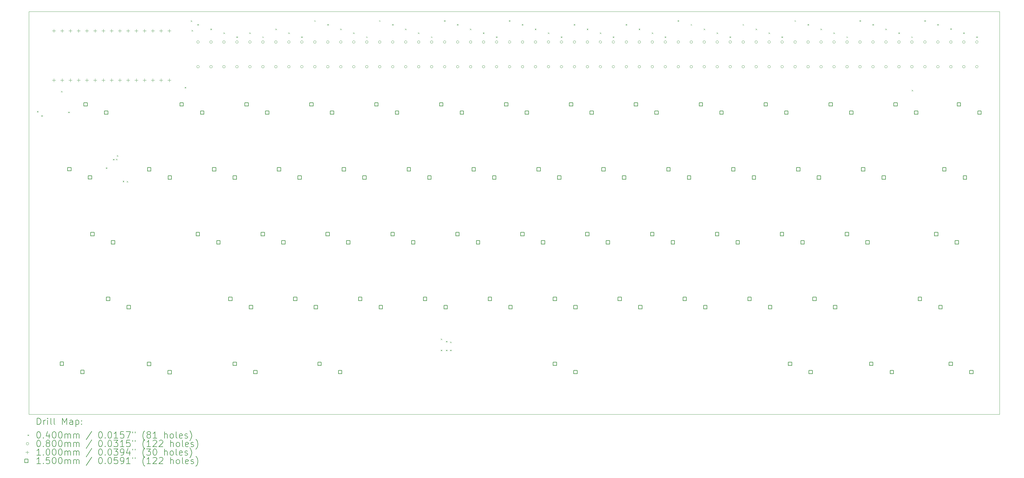
<source format=gbr>
%TF.GenerationSoftware,KiCad,Pcbnew,(6.0.7)*%
%TF.CreationDate,2022-09-06T07:40:20-07:00*%
%TF.ProjectId,60 Percent Keyboard Ardiuno Micro,36302050-6572-4636-956e-74204b657962,rev?*%
%TF.SameCoordinates,Original*%
%TF.FileFunction,Drillmap*%
%TF.FilePolarity,Positive*%
%FSLAX45Y45*%
G04 Gerber Fmt 4.5, Leading zero omitted, Abs format (unit mm)*
G04 Created by KiCad (PCBNEW (6.0.7)) date 2022-09-06 07:40:20*
%MOMM*%
%LPD*%
G01*
G04 APERTURE LIST*
%ADD10C,0.100000*%
%ADD11C,0.200000*%
%ADD12C,0.040000*%
%ADD13C,0.080000*%
%ADD14C,0.150000*%
G04 APERTURE END LIST*
D10*
X29790000Y-33823000D02*
X-120000Y-33823000D01*
X-120000Y-33823000D02*
X-120000Y-21400000D01*
X-120000Y-21400000D02*
X29790000Y-21400000D01*
X29790000Y-21400000D02*
X29790000Y-33823000D01*
D11*
D12*
X127550Y-24470000D02*
X167550Y-24510000D01*
X167550Y-24470000D02*
X127550Y-24510000D01*
X260000Y-24600000D02*
X300000Y-24640000D01*
X300000Y-24600000D02*
X260000Y-24640000D01*
X870000Y-23852450D02*
X910000Y-23892450D01*
X910000Y-23852450D02*
X870000Y-23892450D01*
X1090000Y-24490000D02*
X1130000Y-24530000D01*
X1130000Y-24490000D02*
X1090000Y-24530000D01*
X2250000Y-26210000D02*
X2290000Y-26250000D01*
X2290000Y-26210000D02*
X2250000Y-26250000D01*
X2470000Y-25947550D02*
X2510000Y-25987550D01*
X2510000Y-25947550D02*
X2470000Y-25987550D01*
X2560000Y-25940000D02*
X2600000Y-25980000D01*
X2600000Y-25940000D02*
X2560000Y-25980000D01*
X2590000Y-25830000D02*
X2630000Y-25870000D01*
X2630000Y-25830000D02*
X2590000Y-25870000D01*
X2770000Y-26620000D02*
X2810000Y-26660000D01*
X2810000Y-26620000D02*
X2770000Y-26660000D01*
X2890000Y-26630000D02*
X2930000Y-26670000D01*
X2930000Y-26630000D02*
X2890000Y-26670000D01*
X4680000Y-23727550D02*
X4720000Y-23767550D01*
X4720000Y-23727550D02*
X4680000Y-23767550D01*
X4865841Y-21674159D02*
X4905841Y-21714159D01*
X4905841Y-21674159D02*
X4865841Y-21714159D01*
X4890000Y-21970000D02*
X4930000Y-22010000D01*
X4930000Y-21970000D02*
X4890000Y-22010000D01*
X5070000Y-21790000D02*
X5110000Y-21830000D01*
X5110000Y-21790000D02*
X5070000Y-21830000D01*
X5470000Y-21930000D02*
X5510000Y-21970000D01*
X5510000Y-21930000D02*
X5470000Y-21970000D01*
X5870000Y-22050000D02*
X5910000Y-22090000D01*
X5910000Y-22050000D02*
X5870000Y-22090000D01*
X6270000Y-22170000D02*
X6310000Y-22210000D01*
X6310000Y-22170000D02*
X6270000Y-22210000D01*
X6670000Y-22050000D02*
X6710000Y-22090000D01*
X6710000Y-22050000D02*
X6670000Y-22090000D01*
X7070000Y-22170000D02*
X7110000Y-22210000D01*
X7110000Y-22170000D02*
X7070000Y-22210000D01*
X7470000Y-21930000D02*
X7510000Y-21970000D01*
X7510000Y-21930000D02*
X7470000Y-21970000D01*
X7870000Y-22050000D02*
X7910000Y-22090000D01*
X7910000Y-22050000D02*
X7870000Y-22090000D01*
X8270000Y-22170000D02*
X8310000Y-22210000D01*
X8310000Y-22170000D02*
X8270000Y-22210000D01*
X8670000Y-21670000D02*
X8710000Y-21710000D01*
X8710000Y-21670000D02*
X8670000Y-21710000D01*
X9070000Y-21790000D02*
X9110000Y-21830000D01*
X9110000Y-21790000D02*
X9070000Y-21830000D01*
X9470000Y-21930000D02*
X9510000Y-21970000D01*
X9510000Y-21930000D02*
X9470000Y-21970000D01*
X9870000Y-22050000D02*
X9910000Y-22090000D01*
X9910000Y-22050000D02*
X9870000Y-22090000D01*
X10270000Y-22170000D02*
X10310000Y-22210000D01*
X10310000Y-22170000D02*
X10270000Y-22210000D01*
X10670000Y-21670000D02*
X10710000Y-21710000D01*
X10710000Y-21670000D02*
X10670000Y-21710000D01*
X11070000Y-21790000D02*
X11110000Y-21830000D01*
X11110000Y-21790000D02*
X11070000Y-21830000D01*
X11470000Y-21930000D02*
X11510000Y-21970000D01*
X11510000Y-21930000D02*
X11470000Y-21970000D01*
X11870000Y-22050000D02*
X11910000Y-22090000D01*
X11910000Y-22050000D02*
X11870000Y-22090000D01*
X12270000Y-22170000D02*
X12310000Y-22210000D01*
X12310000Y-22170000D02*
X12270000Y-22210000D01*
X12570000Y-31490000D02*
X12610000Y-31530000D01*
X12610000Y-31490000D02*
X12570000Y-31530000D01*
X12570000Y-31830000D02*
X12610000Y-31870000D01*
X12610000Y-31830000D02*
X12570000Y-31870000D01*
X12670000Y-21670000D02*
X12710000Y-21710000D01*
X12710000Y-21670000D02*
X12670000Y-21710000D01*
X12730000Y-31560000D02*
X12770000Y-31600000D01*
X12770000Y-31560000D02*
X12730000Y-31600000D01*
X12730000Y-31830000D02*
X12770000Y-31870000D01*
X12770000Y-31830000D02*
X12730000Y-31870000D01*
X12860000Y-31580000D02*
X12900000Y-31620000D01*
X12900000Y-31580000D02*
X12860000Y-31620000D01*
X12860000Y-31830000D02*
X12900000Y-31870000D01*
X12900000Y-31830000D02*
X12860000Y-31870000D01*
X13070000Y-21790000D02*
X13110000Y-21830000D01*
X13110000Y-21790000D02*
X13070000Y-21830000D01*
X13470000Y-21930000D02*
X13510000Y-21970000D01*
X13510000Y-21930000D02*
X13470000Y-21970000D01*
X13870000Y-22050000D02*
X13910000Y-22090000D01*
X13910000Y-22050000D02*
X13870000Y-22090000D01*
X14270000Y-22170000D02*
X14310000Y-22210000D01*
X14310000Y-22170000D02*
X14270000Y-22210000D01*
X14670000Y-21670000D02*
X14710000Y-21710000D01*
X14710000Y-21670000D02*
X14670000Y-21710000D01*
X15070000Y-21790000D02*
X15110000Y-21830000D01*
X15110000Y-21790000D02*
X15070000Y-21830000D01*
X15470000Y-21930000D02*
X15510000Y-21970000D01*
X15510000Y-21930000D02*
X15470000Y-21970000D01*
X15870000Y-22050000D02*
X15910000Y-22090000D01*
X15910000Y-22050000D02*
X15870000Y-22090000D01*
X16270000Y-22170000D02*
X16310000Y-22210000D01*
X16310000Y-22170000D02*
X16270000Y-22210000D01*
X16670000Y-21790000D02*
X16710000Y-21830000D01*
X16710000Y-21790000D02*
X16670000Y-21830000D01*
X17070000Y-21930000D02*
X17110000Y-21970000D01*
X17110000Y-21930000D02*
X17070000Y-21970000D01*
X17470000Y-22050000D02*
X17510000Y-22090000D01*
X17510000Y-22050000D02*
X17470000Y-22090000D01*
X17870000Y-22170000D02*
X17910000Y-22210000D01*
X17910000Y-22170000D02*
X17870000Y-22210000D01*
X18270000Y-21790000D02*
X18310000Y-21830000D01*
X18310000Y-21790000D02*
X18270000Y-21830000D01*
X18670000Y-21930000D02*
X18710000Y-21970000D01*
X18710000Y-21930000D02*
X18670000Y-21970000D01*
X19070000Y-22050000D02*
X19110000Y-22090000D01*
X19110000Y-22050000D02*
X19070000Y-22090000D01*
X19470000Y-22170000D02*
X19510000Y-22210000D01*
X19510000Y-22170000D02*
X19470000Y-22210000D01*
X19870000Y-21670000D02*
X19910000Y-21710000D01*
X19910000Y-21670000D02*
X19870000Y-21710000D01*
X20270000Y-21790000D02*
X20310000Y-21830000D01*
X20310000Y-21790000D02*
X20270000Y-21830000D01*
X20670000Y-21930000D02*
X20710000Y-21970000D01*
X20710000Y-21930000D02*
X20670000Y-21970000D01*
X21070000Y-22050000D02*
X21110000Y-22090000D01*
X21110000Y-22050000D02*
X21070000Y-22090000D01*
X21470000Y-22170000D02*
X21510000Y-22210000D01*
X21510000Y-22170000D02*
X21470000Y-22210000D01*
X21870000Y-21790000D02*
X21910000Y-21830000D01*
X21910000Y-21790000D02*
X21870000Y-21830000D01*
X22270000Y-21930000D02*
X22310000Y-21970000D01*
X22310000Y-21930000D02*
X22270000Y-21970000D01*
X22670000Y-22050000D02*
X22710000Y-22090000D01*
X22710000Y-22050000D02*
X22670000Y-22090000D01*
X23070000Y-22170000D02*
X23110000Y-22210000D01*
X23110000Y-22170000D02*
X23070000Y-22210000D01*
X23470000Y-21670000D02*
X23510000Y-21710000D01*
X23510000Y-21670000D02*
X23470000Y-21710000D01*
X23870000Y-21790000D02*
X23910000Y-21830000D01*
X23910000Y-21790000D02*
X23870000Y-21830000D01*
X24270000Y-21930000D02*
X24310000Y-21970000D01*
X24310000Y-21930000D02*
X24270000Y-21970000D01*
X24670000Y-22050000D02*
X24710000Y-22090000D01*
X24710000Y-22050000D02*
X24670000Y-22090000D01*
X25070000Y-22170000D02*
X25110000Y-22210000D01*
X25110000Y-22170000D02*
X25070000Y-22210000D01*
X25470000Y-21670000D02*
X25510000Y-21710000D01*
X25510000Y-21670000D02*
X25470000Y-21710000D01*
X25870000Y-21790000D02*
X25910000Y-21830000D01*
X25910000Y-21790000D02*
X25870000Y-21830000D01*
X26270000Y-21930000D02*
X26310000Y-21970000D01*
X26310000Y-21930000D02*
X26270000Y-21970000D01*
X26670000Y-22050000D02*
X26710000Y-22090000D01*
X26710000Y-22050000D02*
X26670000Y-22090000D01*
X27070000Y-22170000D02*
X27110000Y-22210000D01*
X27110000Y-22170000D02*
X27070000Y-22210000D01*
X27080000Y-23820000D02*
X27120000Y-23860000D01*
X27120000Y-23820000D02*
X27080000Y-23860000D01*
X27470000Y-21670000D02*
X27510000Y-21710000D01*
X27510000Y-21670000D02*
X27470000Y-21710000D01*
X27870000Y-21790000D02*
X27910000Y-21830000D01*
X27910000Y-21790000D02*
X27870000Y-21830000D01*
X28270000Y-21920000D02*
X28310000Y-21960000D01*
X28310000Y-21920000D02*
X28270000Y-21960000D01*
X28670000Y-22050000D02*
X28710000Y-22090000D01*
X28710000Y-22050000D02*
X28670000Y-22090000D01*
X29070000Y-22170000D02*
X29110000Y-22210000D01*
X29110000Y-22170000D02*
X29070000Y-22210000D01*
D13*
X5130000Y-22342000D02*
G75*
G03*
X5130000Y-22342000I-40000J0D01*
G01*
X5130000Y-23104000D02*
G75*
G03*
X5130000Y-23104000I-40000J0D01*
G01*
X5530000Y-22342000D02*
G75*
G03*
X5530000Y-22342000I-40000J0D01*
G01*
X5530000Y-23104000D02*
G75*
G03*
X5530000Y-23104000I-40000J0D01*
G01*
X5930000Y-22342000D02*
G75*
G03*
X5930000Y-22342000I-40000J0D01*
G01*
X5930000Y-23104000D02*
G75*
G03*
X5930000Y-23104000I-40000J0D01*
G01*
X6330000Y-22342000D02*
G75*
G03*
X6330000Y-22342000I-40000J0D01*
G01*
X6330000Y-23104000D02*
G75*
G03*
X6330000Y-23104000I-40000J0D01*
G01*
X6730000Y-22342000D02*
G75*
G03*
X6730000Y-22342000I-40000J0D01*
G01*
X6730000Y-23104000D02*
G75*
G03*
X6730000Y-23104000I-40000J0D01*
G01*
X7130000Y-22342000D02*
G75*
G03*
X7130000Y-22342000I-40000J0D01*
G01*
X7130000Y-23104000D02*
G75*
G03*
X7130000Y-23104000I-40000J0D01*
G01*
X7530000Y-22342000D02*
G75*
G03*
X7530000Y-22342000I-40000J0D01*
G01*
X7530000Y-23104000D02*
G75*
G03*
X7530000Y-23104000I-40000J0D01*
G01*
X7930000Y-22342000D02*
G75*
G03*
X7930000Y-22342000I-40000J0D01*
G01*
X7930000Y-23104000D02*
G75*
G03*
X7930000Y-23104000I-40000J0D01*
G01*
X8330000Y-22342000D02*
G75*
G03*
X8330000Y-22342000I-40000J0D01*
G01*
X8330000Y-23104000D02*
G75*
G03*
X8330000Y-23104000I-40000J0D01*
G01*
X8730000Y-22342000D02*
G75*
G03*
X8730000Y-22342000I-40000J0D01*
G01*
X8730000Y-23104000D02*
G75*
G03*
X8730000Y-23104000I-40000J0D01*
G01*
X9130000Y-22342000D02*
G75*
G03*
X9130000Y-22342000I-40000J0D01*
G01*
X9130000Y-23104000D02*
G75*
G03*
X9130000Y-23104000I-40000J0D01*
G01*
X9530000Y-22342000D02*
G75*
G03*
X9530000Y-22342000I-40000J0D01*
G01*
X9530000Y-23104000D02*
G75*
G03*
X9530000Y-23104000I-40000J0D01*
G01*
X9930000Y-22342000D02*
G75*
G03*
X9930000Y-22342000I-40000J0D01*
G01*
X9930000Y-23104000D02*
G75*
G03*
X9930000Y-23104000I-40000J0D01*
G01*
X10330000Y-22342000D02*
G75*
G03*
X10330000Y-22342000I-40000J0D01*
G01*
X10330000Y-23104000D02*
G75*
G03*
X10330000Y-23104000I-40000J0D01*
G01*
X10730000Y-22342000D02*
G75*
G03*
X10730000Y-22342000I-40000J0D01*
G01*
X10730000Y-23104000D02*
G75*
G03*
X10730000Y-23104000I-40000J0D01*
G01*
X11130000Y-22342000D02*
G75*
G03*
X11130000Y-22342000I-40000J0D01*
G01*
X11130000Y-23104000D02*
G75*
G03*
X11130000Y-23104000I-40000J0D01*
G01*
X11530000Y-22342000D02*
G75*
G03*
X11530000Y-22342000I-40000J0D01*
G01*
X11530000Y-23104000D02*
G75*
G03*
X11530000Y-23104000I-40000J0D01*
G01*
X11930000Y-22342000D02*
G75*
G03*
X11930000Y-22342000I-40000J0D01*
G01*
X11930000Y-23104000D02*
G75*
G03*
X11930000Y-23104000I-40000J0D01*
G01*
X12330000Y-22342000D02*
G75*
G03*
X12330000Y-22342000I-40000J0D01*
G01*
X12330000Y-23104000D02*
G75*
G03*
X12330000Y-23104000I-40000J0D01*
G01*
X12730000Y-22342000D02*
G75*
G03*
X12730000Y-22342000I-40000J0D01*
G01*
X12730000Y-23104000D02*
G75*
G03*
X12730000Y-23104000I-40000J0D01*
G01*
X13130000Y-22342000D02*
G75*
G03*
X13130000Y-22342000I-40000J0D01*
G01*
X13130000Y-23104000D02*
G75*
G03*
X13130000Y-23104000I-40000J0D01*
G01*
X13530000Y-22342000D02*
G75*
G03*
X13530000Y-22342000I-40000J0D01*
G01*
X13530000Y-23104000D02*
G75*
G03*
X13530000Y-23104000I-40000J0D01*
G01*
X13930000Y-22342000D02*
G75*
G03*
X13930000Y-22342000I-40000J0D01*
G01*
X13930000Y-23104000D02*
G75*
G03*
X13930000Y-23104000I-40000J0D01*
G01*
X14330000Y-22342000D02*
G75*
G03*
X14330000Y-22342000I-40000J0D01*
G01*
X14330000Y-23104000D02*
G75*
G03*
X14330000Y-23104000I-40000J0D01*
G01*
X14730000Y-22342000D02*
G75*
G03*
X14730000Y-22342000I-40000J0D01*
G01*
X14730000Y-23104000D02*
G75*
G03*
X14730000Y-23104000I-40000J0D01*
G01*
X15130000Y-22342000D02*
G75*
G03*
X15130000Y-22342000I-40000J0D01*
G01*
X15130000Y-23104000D02*
G75*
G03*
X15130000Y-23104000I-40000J0D01*
G01*
X15530000Y-22342000D02*
G75*
G03*
X15530000Y-22342000I-40000J0D01*
G01*
X15530000Y-23104000D02*
G75*
G03*
X15530000Y-23104000I-40000J0D01*
G01*
X15930000Y-22342000D02*
G75*
G03*
X15930000Y-22342000I-40000J0D01*
G01*
X15930000Y-23104000D02*
G75*
G03*
X15930000Y-23104000I-40000J0D01*
G01*
X16330000Y-22342000D02*
G75*
G03*
X16330000Y-22342000I-40000J0D01*
G01*
X16330000Y-23104000D02*
G75*
G03*
X16330000Y-23104000I-40000J0D01*
G01*
X16730000Y-22342000D02*
G75*
G03*
X16730000Y-22342000I-40000J0D01*
G01*
X16730000Y-23104000D02*
G75*
G03*
X16730000Y-23104000I-40000J0D01*
G01*
X17130000Y-22342000D02*
G75*
G03*
X17130000Y-22342000I-40000J0D01*
G01*
X17130000Y-23104000D02*
G75*
G03*
X17130000Y-23104000I-40000J0D01*
G01*
X17530000Y-22342000D02*
G75*
G03*
X17530000Y-22342000I-40000J0D01*
G01*
X17530000Y-23104000D02*
G75*
G03*
X17530000Y-23104000I-40000J0D01*
G01*
X17930000Y-22342000D02*
G75*
G03*
X17930000Y-22342000I-40000J0D01*
G01*
X17930000Y-23104000D02*
G75*
G03*
X17930000Y-23104000I-40000J0D01*
G01*
X18330000Y-22342000D02*
G75*
G03*
X18330000Y-22342000I-40000J0D01*
G01*
X18330000Y-23104000D02*
G75*
G03*
X18330000Y-23104000I-40000J0D01*
G01*
X18730000Y-22342000D02*
G75*
G03*
X18730000Y-22342000I-40000J0D01*
G01*
X18730000Y-23104000D02*
G75*
G03*
X18730000Y-23104000I-40000J0D01*
G01*
X19130000Y-22342000D02*
G75*
G03*
X19130000Y-22342000I-40000J0D01*
G01*
X19130000Y-23104000D02*
G75*
G03*
X19130000Y-23104000I-40000J0D01*
G01*
X19530000Y-22342000D02*
G75*
G03*
X19530000Y-22342000I-40000J0D01*
G01*
X19530000Y-23104000D02*
G75*
G03*
X19530000Y-23104000I-40000J0D01*
G01*
X19930000Y-22342000D02*
G75*
G03*
X19930000Y-22342000I-40000J0D01*
G01*
X19930000Y-23104000D02*
G75*
G03*
X19930000Y-23104000I-40000J0D01*
G01*
X20330000Y-22342000D02*
G75*
G03*
X20330000Y-22342000I-40000J0D01*
G01*
X20330000Y-23104000D02*
G75*
G03*
X20330000Y-23104000I-40000J0D01*
G01*
X20730000Y-22342000D02*
G75*
G03*
X20730000Y-22342000I-40000J0D01*
G01*
X20730000Y-23104000D02*
G75*
G03*
X20730000Y-23104000I-40000J0D01*
G01*
X21130000Y-22342000D02*
G75*
G03*
X21130000Y-22342000I-40000J0D01*
G01*
X21130000Y-23104000D02*
G75*
G03*
X21130000Y-23104000I-40000J0D01*
G01*
X21530000Y-22342000D02*
G75*
G03*
X21530000Y-22342000I-40000J0D01*
G01*
X21530000Y-23104000D02*
G75*
G03*
X21530000Y-23104000I-40000J0D01*
G01*
X21930000Y-22342000D02*
G75*
G03*
X21930000Y-22342000I-40000J0D01*
G01*
X21930000Y-23104000D02*
G75*
G03*
X21930000Y-23104000I-40000J0D01*
G01*
X22330000Y-22342000D02*
G75*
G03*
X22330000Y-22342000I-40000J0D01*
G01*
X22330000Y-23104000D02*
G75*
G03*
X22330000Y-23104000I-40000J0D01*
G01*
X22730000Y-22342000D02*
G75*
G03*
X22730000Y-22342000I-40000J0D01*
G01*
X22730000Y-23104000D02*
G75*
G03*
X22730000Y-23104000I-40000J0D01*
G01*
X23130000Y-22342000D02*
G75*
G03*
X23130000Y-22342000I-40000J0D01*
G01*
X23130000Y-23104000D02*
G75*
G03*
X23130000Y-23104000I-40000J0D01*
G01*
X23530000Y-22342000D02*
G75*
G03*
X23530000Y-22342000I-40000J0D01*
G01*
X23530000Y-23104000D02*
G75*
G03*
X23530000Y-23104000I-40000J0D01*
G01*
X23930000Y-22342000D02*
G75*
G03*
X23930000Y-22342000I-40000J0D01*
G01*
X23930000Y-23104000D02*
G75*
G03*
X23930000Y-23104000I-40000J0D01*
G01*
X24330000Y-22342000D02*
G75*
G03*
X24330000Y-22342000I-40000J0D01*
G01*
X24330000Y-23104000D02*
G75*
G03*
X24330000Y-23104000I-40000J0D01*
G01*
X24730000Y-22342000D02*
G75*
G03*
X24730000Y-22342000I-40000J0D01*
G01*
X24730000Y-23104000D02*
G75*
G03*
X24730000Y-23104000I-40000J0D01*
G01*
X25130000Y-22342000D02*
G75*
G03*
X25130000Y-22342000I-40000J0D01*
G01*
X25130000Y-23104000D02*
G75*
G03*
X25130000Y-23104000I-40000J0D01*
G01*
X25530000Y-22342000D02*
G75*
G03*
X25530000Y-22342000I-40000J0D01*
G01*
X25530000Y-23104000D02*
G75*
G03*
X25530000Y-23104000I-40000J0D01*
G01*
X25930000Y-22342000D02*
G75*
G03*
X25930000Y-22342000I-40000J0D01*
G01*
X25930000Y-23104000D02*
G75*
G03*
X25930000Y-23104000I-40000J0D01*
G01*
X26330000Y-22342000D02*
G75*
G03*
X26330000Y-22342000I-40000J0D01*
G01*
X26330000Y-23104000D02*
G75*
G03*
X26330000Y-23104000I-40000J0D01*
G01*
X26730000Y-22342000D02*
G75*
G03*
X26730000Y-22342000I-40000J0D01*
G01*
X26730000Y-23104000D02*
G75*
G03*
X26730000Y-23104000I-40000J0D01*
G01*
X27130000Y-22342000D02*
G75*
G03*
X27130000Y-22342000I-40000J0D01*
G01*
X27130000Y-23104000D02*
G75*
G03*
X27130000Y-23104000I-40000J0D01*
G01*
X27530000Y-22342000D02*
G75*
G03*
X27530000Y-22342000I-40000J0D01*
G01*
X27530000Y-23104000D02*
G75*
G03*
X27530000Y-23104000I-40000J0D01*
G01*
X27930000Y-22342000D02*
G75*
G03*
X27930000Y-22342000I-40000J0D01*
G01*
X27930000Y-23104000D02*
G75*
G03*
X27930000Y-23104000I-40000J0D01*
G01*
X28330000Y-22342000D02*
G75*
G03*
X28330000Y-22342000I-40000J0D01*
G01*
X28330000Y-23104000D02*
G75*
G03*
X28330000Y-23104000I-40000J0D01*
G01*
X28730000Y-22342000D02*
G75*
G03*
X28730000Y-22342000I-40000J0D01*
G01*
X28730000Y-23104000D02*
G75*
G03*
X28730000Y-23104000I-40000J0D01*
G01*
X29130000Y-22342000D02*
G75*
G03*
X29130000Y-22342000I-40000J0D01*
G01*
X29130000Y-23104000D02*
G75*
G03*
X29130000Y-23104000I-40000J0D01*
G01*
D10*
X649000Y-21947000D02*
X649000Y-22047000D01*
X599000Y-21997000D02*
X699000Y-21997000D01*
X649000Y-23471000D02*
X649000Y-23571000D01*
X599000Y-23521000D02*
X699000Y-23521000D01*
X903000Y-21947000D02*
X903000Y-22047000D01*
X853000Y-21997000D02*
X953000Y-21997000D01*
X903000Y-23471000D02*
X903000Y-23571000D01*
X853000Y-23521000D02*
X953000Y-23521000D01*
X1157000Y-21947000D02*
X1157000Y-22047000D01*
X1107000Y-21997000D02*
X1207000Y-21997000D01*
X1157000Y-23471000D02*
X1157000Y-23571000D01*
X1107000Y-23521000D02*
X1207000Y-23521000D01*
X1411000Y-21947000D02*
X1411000Y-22047000D01*
X1361000Y-21997000D02*
X1461000Y-21997000D01*
X1411000Y-23471000D02*
X1411000Y-23571000D01*
X1361000Y-23521000D02*
X1461000Y-23521000D01*
X1665000Y-21947000D02*
X1665000Y-22047000D01*
X1615000Y-21997000D02*
X1715000Y-21997000D01*
X1665000Y-23471000D02*
X1665000Y-23571000D01*
X1615000Y-23521000D02*
X1715000Y-23521000D01*
X1919000Y-21947000D02*
X1919000Y-22047000D01*
X1869000Y-21997000D02*
X1969000Y-21997000D01*
X1919000Y-23471000D02*
X1919000Y-23571000D01*
X1869000Y-23521000D02*
X1969000Y-23521000D01*
X2173000Y-21947000D02*
X2173000Y-22047000D01*
X2123000Y-21997000D02*
X2223000Y-21997000D01*
X2173000Y-23471000D02*
X2173000Y-23571000D01*
X2123000Y-23521000D02*
X2223000Y-23521000D01*
X2427000Y-21947000D02*
X2427000Y-22047000D01*
X2377000Y-21997000D02*
X2477000Y-21997000D01*
X2427000Y-23471000D02*
X2427000Y-23571000D01*
X2377000Y-23521000D02*
X2477000Y-23521000D01*
X2681000Y-21947000D02*
X2681000Y-22047000D01*
X2631000Y-21997000D02*
X2731000Y-21997000D01*
X2681000Y-23471000D02*
X2681000Y-23571000D01*
X2631000Y-23521000D02*
X2731000Y-23521000D01*
X2935000Y-21947000D02*
X2935000Y-22047000D01*
X2885000Y-21997000D02*
X2985000Y-21997000D01*
X2935000Y-23471000D02*
X2935000Y-23571000D01*
X2885000Y-23521000D02*
X2985000Y-23521000D01*
X3189000Y-21947000D02*
X3189000Y-22047000D01*
X3139000Y-21997000D02*
X3239000Y-21997000D01*
X3189000Y-23471000D02*
X3189000Y-23571000D01*
X3139000Y-23521000D02*
X3239000Y-23521000D01*
X3443000Y-21947000D02*
X3443000Y-22047000D01*
X3393000Y-21997000D02*
X3493000Y-21997000D01*
X3443000Y-23471000D02*
X3443000Y-23571000D01*
X3393000Y-23521000D02*
X3493000Y-23521000D01*
X3697000Y-21947000D02*
X3697000Y-22047000D01*
X3647000Y-21997000D02*
X3747000Y-21997000D01*
X3697000Y-23471000D02*
X3697000Y-23571000D01*
X3647000Y-23521000D02*
X3747000Y-23521000D01*
X3951000Y-21947000D02*
X3951000Y-22047000D01*
X3901000Y-21997000D02*
X4001000Y-21997000D01*
X3951000Y-23471000D02*
X3951000Y-23571000D01*
X3901000Y-23521000D02*
X4001000Y-23521000D01*
X4205000Y-21947000D02*
X4205000Y-22047000D01*
X4155000Y-21997000D02*
X4255000Y-21997000D01*
X4205000Y-23471000D02*
X4205000Y-23571000D01*
X4155000Y-23521000D02*
X4255000Y-23521000D01*
D14*
X948033Y-32315033D02*
X948033Y-32208966D01*
X841966Y-32208966D01*
X841966Y-32315033D01*
X948033Y-32315033D01*
X1178034Y-26316033D02*
X1178034Y-26209966D01*
X1071967Y-26209966D01*
X1071967Y-26316033D01*
X1178034Y-26316033D01*
X1583033Y-32569033D02*
X1583033Y-32462966D01*
X1476966Y-32462966D01*
X1476966Y-32569033D01*
X1583033Y-32569033D01*
X1679033Y-24316033D02*
X1679033Y-24209966D01*
X1572966Y-24209966D01*
X1572966Y-24316033D01*
X1679033Y-24316033D01*
X1813033Y-26570033D02*
X1813033Y-26463966D01*
X1706966Y-26463966D01*
X1706966Y-26570033D01*
X1813033Y-26570033D01*
X1889033Y-28318033D02*
X1889033Y-28211966D01*
X1782966Y-28211966D01*
X1782966Y-28318033D01*
X1889033Y-28318033D01*
X2314034Y-24570033D02*
X2314034Y-24463966D01*
X2207967Y-24463966D01*
X2207967Y-24570033D01*
X2314034Y-24570033D01*
X2373034Y-30316033D02*
X2373034Y-30209966D01*
X2266967Y-30209966D01*
X2266967Y-30316033D01*
X2373034Y-30316033D01*
X2524034Y-28572033D02*
X2524034Y-28465966D01*
X2417967Y-28465966D01*
X2417967Y-28572033D01*
X2524034Y-28572033D01*
X3008033Y-30570033D02*
X3008033Y-30463966D01*
X2901966Y-30463966D01*
X2901966Y-30570033D01*
X3008033Y-30570033D01*
X3634033Y-32324033D02*
X3634033Y-32217966D01*
X3527966Y-32217966D01*
X3527966Y-32324033D01*
X3634033Y-32324033D01*
X3639033Y-26318033D02*
X3639033Y-26211966D01*
X3532966Y-26211966D01*
X3532966Y-26318033D01*
X3639033Y-26318033D01*
X4269034Y-32578033D02*
X4269034Y-32471966D01*
X4162966Y-32471966D01*
X4162966Y-32578033D01*
X4269034Y-32578033D01*
X4274034Y-26572033D02*
X4274034Y-26465966D01*
X4167966Y-26465966D01*
X4167966Y-26572033D01*
X4274034Y-26572033D01*
X4639034Y-24318033D02*
X4639034Y-24211966D01*
X4532967Y-24211966D01*
X4532967Y-24318033D01*
X4639034Y-24318033D01*
X5139034Y-28318033D02*
X5139034Y-28211966D01*
X5032967Y-28211966D01*
X5032967Y-28318033D01*
X5139034Y-28318033D01*
X5274034Y-24572033D02*
X5274034Y-24465966D01*
X5167967Y-24465966D01*
X5167967Y-24572033D01*
X5274034Y-24572033D01*
X5639033Y-26318033D02*
X5639033Y-26211966D01*
X5532967Y-26211966D01*
X5532967Y-26318033D01*
X5639033Y-26318033D01*
X5774033Y-28572033D02*
X5774033Y-28465966D01*
X5667966Y-28465966D01*
X5667966Y-28572033D01*
X5774033Y-28572033D01*
X6139033Y-30318033D02*
X6139033Y-30211966D01*
X6032966Y-30211966D01*
X6032966Y-30318033D01*
X6139033Y-30318033D01*
X6274033Y-26572033D02*
X6274033Y-26465966D01*
X6167966Y-26465966D01*
X6167966Y-26572033D01*
X6274033Y-26572033D01*
X6278033Y-32320033D02*
X6278033Y-32213966D01*
X6171966Y-32213966D01*
X6171966Y-32320033D01*
X6278033Y-32320033D01*
X6639033Y-24318033D02*
X6639033Y-24211966D01*
X6532966Y-24211966D01*
X6532966Y-24318033D01*
X6639033Y-24318033D01*
X6774033Y-30572033D02*
X6774033Y-30465966D01*
X6667966Y-30465966D01*
X6667966Y-30572033D01*
X6774033Y-30572033D01*
X6913033Y-32574033D02*
X6913033Y-32467966D01*
X6806966Y-32467966D01*
X6806966Y-32574033D01*
X6913033Y-32574033D01*
X7139033Y-28318033D02*
X7139033Y-28211966D01*
X7032966Y-28211966D01*
X7032966Y-28318033D01*
X7139033Y-28318033D01*
X7274033Y-24572033D02*
X7274033Y-24465966D01*
X7167966Y-24465966D01*
X7167966Y-24572033D01*
X7274033Y-24572033D01*
X7639033Y-26318033D02*
X7639033Y-26211966D01*
X7532966Y-26211966D01*
X7532966Y-26318033D01*
X7639033Y-26318033D01*
X7774033Y-28572033D02*
X7774033Y-28465966D01*
X7667966Y-28465966D01*
X7667966Y-28572033D01*
X7774033Y-28572033D01*
X8139033Y-30318033D02*
X8139033Y-30211966D01*
X8032966Y-30211966D01*
X8032966Y-30318033D01*
X8139033Y-30318033D01*
X8274033Y-26572033D02*
X8274033Y-26465966D01*
X8167966Y-26465966D01*
X8167966Y-26572033D01*
X8274033Y-26572033D01*
X8639034Y-24318033D02*
X8639034Y-24211966D01*
X8532967Y-24211966D01*
X8532967Y-24318033D01*
X8639034Y-24318033D01*
X8774034Y-30572033D02*
X8774034Y-30465966D01*
X8667967Y-30465966D01*
X8667967Y-30572033D01*
X8774034Y-30572033D01*
X8889034Y-32318033D02*
X8889034Y-32211966D01*
X8782967Y-32211966D01*
X8782967Y-32318033D01*
X8889034Y-32318033D01*
X9139034Y-28318033D02*
X9139034Y-28211966D01*
X9032967Y-28211966D01*
X9032967Y-28318033D01*
X9139034Y-28318033D01*
X9274034Y-24572033D02*
X9274034Y-24465966D01*
X9167967Y-24465966D01*
X9167967Y-24572033D01*
X9274034Y-24572033D01*
X9524034Y-32572033D02*
X9524034Y-32465966D01*
X9417967Y-32465966D01*
X9417967Y-32572033D01*
X9524034Y-32572033D01*
X9639034Y-26318033D02*
X9639034Y-26211966D01*
X9532967Y-26211966D01*
X9532967Y-26318033D01*
X9639034Y-26318033D01*
X9774034Y-28572033D02*
X9774034Y-28465966D01*
X9667967Y-28465966D01*
X9667967Y-28572033D01*
X9774034Y-28572033D01*
X10139034Y-30318033D02*
X10139034Y-30211966D01*
X10032967Y-30211966D01*
X10032967Y-30318033D01*
X10139034Y-30318033D01*
X10274034Y-26572033D02*
X10274034Y-26465966D01*
X10167967Y-26465966D01*
X10167967Y-26572033D01*
X10274034Y-26572033D01*
X10639034Y-24318033D02*
X10639034Y-24211966D01*
X10532967Y-24211966D01*
X10532967Y-24318033D01*
X10639034Y-24318033D01*
X10774034Y-30572033D02*
X10774034Y-30465966D01*
X10667967Y-30465966D01*
X10667967Y-30572033D01*
X10774034Y-30572033D01*
X11139034Y-28318033D02*
X11139034Y-28211966D01*
X11032967Y-28211966D01*
X11032967Y-28318033D01*
X11139034Y-28318033D01*
X11274033Y-24572033D02*
X11274033Y-24465966D01*
X11167967Y-24465966D01*
X11167967Y-24572033D01*
X11274033Y-24572033D01*
X11639033Y-26318033D02*
X11639033Y-26211966D01*
X11532966Y-26211966D01*
X11532966Y-26318033D01*
X11639033Y-26318033D01*
X11774033Y-28572033D02*
X11774033Y-28465966D01*
X11667966Y-28465966D01*
X11667966Y-28572033D01*
X11774033Y-28572033D01*
X12139033Y-30318033D02*
X12139033Y-30211966D01*
X12032966Y-30211966D01*
X12032966Y-30318033D01*
X12139033Y-30318033D01*
X12274033Y-26572033D02*
X12274033Y-26465966D01*
X12167966Y-26465966D01*
X12167966Y-26572033D01*
X12274033Y-26572033D01*
X12639033Y-24318033D02*
X12639033Y-24211966D01*
X12532966Y-24211966D01*
X12532966Y-24318033D01*
X12639033Y-24318033D01*
X12774033Y-30572033D02*
X12774033Y-30465966D01*
X12667966Y-30465966D01*
X12667966Y-30572033D01*
X12774033Y-30572033D01*
X13139033Y-28318033D02*
X13139033Y-28211966D01*
X13032966Y-28211966D01*
X13032966Y-28318033D01*
X13139033Y-28318033D01*
X13274033Y-24572033D02*
X13274033Y-24465966D01*
X13167966Y-24465966D01*
X13167966Y-24572033D01*
X13274033Y-24572033D01*
X13639033Y-26318033D02*
X13639033Y-26211966D01*
X13532966Y-26211966D01*
X13532966Y-26318033D01*
X13639033Y-26318033D01*
X13774033Y-28572033D02*
X13774033Y-28465966D01*
X13667966Y-28465966D01*
X13667966Y-28572033D01*
X13774033Y-28572033D01*
X14139033Y-30318033D02*
X14139033Y-30211966D01*
X14032966Y-30211966D01*
X14032966Y-30318033D01*
X14139033Y-30318033D01*
X14274033Y-26572033D02*
X14274033Y-26465966D01*
X14167966Y-26465966D01*
X14167966Y-26572033D01*
X14274033Y-26572033D01*
X14639033Y-24318033D02*
X14639033Y-24211966D01*
X14532966Y-24211966D01*
X14532966Y-24318033D01*
X14639033Y-24318033D01*
X14774033Y-30572033D02*
X14774033Y-30465966D01*
X14667966Y-30465966D01*
X14667966Y-30572033D01*
X14774033Y-30572033D01*
X15139033Y-28318033D02*
X15139033Y-28211966D01*
X15032966Y-28211966D01*
X15032966Y-28318033D01*
X15139033Y-28318033D01*
X15274033Y-24572033D02*
X15274033Y-24465966D01*
X15167966Y-24465966D01*
X15167966Y-24572033D01*
X15274033Y-24572033D01*
X15639033Y-26318033D02*
X15639033Y-26211966D01*
X15532966Y-26211966D01*
X15532966Y-26318033D01*
X15639033Y-26318033D01*
X15774033Y-28572033D02*
X15774033Y-28465966D01*
X15667966Y-28465966D01*
X15667966Y-28572033D01*
X15774033Y-28572033D01*
X16139033Y-30318033D02*
X16139033Y-30211966D01*
X16032966Y-30211966D01*
X16032966Y-30318033D01*
X16139033Y-30318033D01*
X16139033Y-32318033D02*
X16139033Y-32211966D01*
X16032966Y-32211966D01*
X16032966Y-32318033D01*
X16139033Y-32318033D01*
X16274033Y-26572033D02*
X16274033Y-26465966D01*
X16167966Y-26465966D01*
X16167966Y-26572033D01*
X16274033Y-26572033D01*
X16639033Y-24318033D02*
X16639033Y-24211966D01*
X16532966Y-24211966D01*
X16532966Y-24318033D01*
X16639033Y-24318033D01*
X16774033Y-30572033D02*
X16774033Y-30465966D01*
X16667966Y-30465966D01*
X16667966Y-30572033D01*
X16774033Y-30572033D01*
X16774033Y-32572033D02*
X16774033Y-32465966D01*
X16667966Y-32465966D01*
X16667966Y-32572033D01*
X16774033Y-32572033D01*
X17139034Y-28318033D02*
X17139034Y-28211966D01*
X17032967Y-28211966D01*
X17032967Y-28318033D01*
X17139034Y-28318033D01*
X17274034Y-24572033D02*
X17274034Y-24465966D01*
X17167967Y-24465966D01*
X17167967Y-24572033D01*
X17274034Y-24572033D01*
X17639034Y-26318033D02*
X17639034Y-26211966D01*
X17532967Y-26211966D01*
X17532967Y-26318033D01*
X17639034Y-26318033D01*
X17774034Y-28572033D02*
X17774034Y-28465966D01*
X17667967Y-28465966D01*
X17667967Y-28572033D01*
X17774034Y-28572033D01*
X18139034Y-30318033D02*
X18139034Y-30211966D01*
X18032967Y-30211966D01*
X18032967Y-30318033D01*
X18139034Y-30318033D01*
X18274034Y-26572033D02*
X18274034Y-26465966D01*
X18167967Y-26465966D01*
X18167967Y-26572033D01*
X18274034Y-26572033D01*
X18639034Y-24318033D02*
X18639034Y-24211966D01*
X18532967Y-24211966D01*
X18532967Y-24318033D01*
X18639034Y-24318033D01*
X18774034Y-30572033D02*
X18774034Y-30465966D01*
X18667967Y-30465966D01*
X18667967Y-30572033D01*
X18774034Y-30572033D01*
X19139034Y-28318033D02*
X19139034Y-28211966D01*
X19032967Y-28211966D01*
X19032967Y-28318033D01*
X19139034Y-28318033D01*
X19274034Y-24572033D02*
X19274034Y-24465966D01*
X19167967Y-24465966D01*
X19167967Y-24572033D01*
X19274034Y-24572033D01*
X19639034Y-26318033D02*
X19639034Y-26211966D01*
X19532967Y-26211966D01*
X19532967Y-26318033D01*
X19639034Y-26318033D01*
X19774034Y-28572033D02*
X19774034Y-28465966D01*
X19667967Y-28465966D01*
X19667967Y-28572033D01*
X19774034Y-28572033D01*
X20139034Y-30318033D02*
X20139034Y-30211966D01*
X20032967Y-30211966D01*
X20032967Y-30318033D01*
X20139034Y-30318033D01*
X20274034Y-26572033D02*
X20274034Y-26465966D01*
X20167967Y-26465966D01*
X20167967Y-26572033D01*
X20274034Y-26572033D01*
X20639034Y-24318033D02*
X20639034Y-24211966D01*
X20532967Y-24211966D01*
X20532967Y-24318033D01*
X20639034Y-24318033D01*
X20774034Y-30572033D02*
X20774034Y-30465966D01*
X20667967Y-30465966D01*
X20667967Y-30572033D01*
X20774034Y-30572033D01*
X21139034Y-28318033D02*
X21139034Y-28211966D01*
X21032967Y-28211966D01*
X21032967Y-28318033D01*
X21139034Y-28318033D01*
X21274034Y-24572033D02*
X21274034Y-24465966D01*
X21167967Y-24465966D01*
X21167967Y-24572033D01*
X21274034Y-24572033D01*
X21639034Y-26318033D02*
X21639034Y-26211966D01*
X21532967Y-26211966D01*
X21532967Y-26318033D01*
X21639034Y-26318033D01*
X21774034Y-28572033D02*
X21774034Y-28465966D01*
X21667967Y-28465966D01*
X21667967Y-28572033D01*
X21774034Y-28572033D01*
X22139034Y-30318033D02*
X22139034Y-30211966D01*
X22032967Y-30211966D01*
X22032967Y-30318033D01*
X22139034Y-30318033D01*
X22274034Y-26572033D02*
X22274034Y-26465966D01*
X22167967Y-26465966D01*
X22167967Y-26572033D01*
X22274034Y-26572033D01*
X22639033Y-24318033D02*
X22639033Y-24211966D01*
X22532966Y-24211966D01*
X22532966Y-24318033D01*
X22639033Y-24318033D01*
X22774033Y-30572033D02*
X22774033Y-30465966D01*
X22667966Y-30465966D01*
X22667966Y-30572033D01*
X22774033Y-30572033D01*
X23139033Y-28318033D02*
X23139033Y-28211966D01*
X23032966Y-28211966D01*
X23032966Y-28318033D01*
X23139033Y-28318033D01*
X23274033Y-24572033D02*
X23274033Y-24465966D01*
X23167966Y-24465966D01*
X23167966Y-24572033D01*
X23274033Y-24572033D01*
X23389033Y-32318033D02*
X23389033Y-32211966D01*
X23282966Y-32211966D01*
X23282966Y-32318033D01*
X23389033Y-32318033D01*
X23639033Y-26318033D02*
X23639033Y-26211966D01*
X23532966Y-26211966D01*
X23532966Y-26318033D01*
X23639033Y-26318033D01*
X23774033Y-28572033D02*
X23774033Y-28465966D01*
X23667966Y-28465966D01*
X23667966Y-28572033D01*
X23774033Y-28572033D01*
X24024033Y-32572033D02*
X24024033Y-32465966D01*
X23917966Y-32465966D01*
X23917966Y-32572033D01*
X24024033Y-32572033D01*
X24139033Y-30318033D02*
X24139033Y-30211966D01*
X24032966Y-30211966D01*
X24032966Y-30318033D01*
X24139033Y-30318033D01*
X24274033Y-26572033D02*
X24274033Y-26465966D01*
X24167966Y-26465966D01*
X24167966Y-26572033D01*
X24274033Y-26572033D01*
X24639033Y-24318033D02*
X24639033Y-24211966D01*
X24532966Y-24211966D01*
X24532966Y-24318033D01*
X24639033Y-24318033D01*
X24774033Y-30572033D02*
X24774033Y-30465966D01*
X24667966Y-30465966D01*
X24667966Y-30572033D01*
X24774033Y-30572033D01*
X25139033Y-28318033D02*
X25139033Y-28211966D01*
X25032966Y-28211966D01*
X25032966Y-28318033D01*
X25139033Y-28318033D01*
X25274033Y-24572033D02*
X25274033Y-24465966D01*
X25167966Y-24465966D01*
X25167966Y-24572033D01*
X25274033Y-24572033D01*
X25639033Y-26318033D02*
X25639033Y-26211966D01*
X25532966Y-26211966D01*
X25532966Y-26318033D01*
X25639033Y-26318033D01*
X25774033Y-28572033D02*
X25774033Y-28465966D01*
X25667966Y-28465966D01*
X25667966Y-28572033D01*
X25774033Y-28572033D01*
X25889033Y-32318033D02*
X25889033Y-32211966D01*
X25782966Y-32211966D01*
X25782966Y-32318033D01*
X25889033Y-32318033D01*
X26274033Y-26572033D02*
X26274033Y-26465966D01*
X26167966Y-26465966D01*
X26167966Y-26572033D01*
X26274033Y-26572033D01*
X26524033Y-32572033D02*
X26524033Y-32465966D01*
X26417966Y-32465966D01*
X26417966Y-32572033D01*
X26524033Y-32572033D01*
X26639033Y-24318033D02*
X26639033Y-24211966D01*
X26532966Y-24211966D01*
X26532966Y-24318033D01*
X26639033Y-24318033D01*
X27274033Y-24572033D02*
X27274033Y-24465966D01*
X27167966Y-24465966D01*
X27167966Y-24572033D01*
X27274033Y-24572033D01*
X27389033Y-30318033D02*
X27389033Y-30211966D01*
X27282966Y-30211966D01*
X27282966Y-30318033D01*
X27389033Y-30318033D01*
X27889033Y-28318033D02*
X27889033Y-28211966D01*
X27782966Y-28211966D01*
X27782966Y-28318033D01*
X27889033Y-28318033D01*
X28024033Y-30572033D02*
X28024033Y-30465966D01*
X27917966Y-30465966D01*
X27917966Y-30572033D01*
X28024033Y-30572033D01*
X28139033Y-26318033D02*
X28139033Y-26211966D01*
X28032966Y-26211966D01*
X28032966Y-26318033D01*
X28139033Y-26318033D01*
X28339033Y-32318033D02*
X28339033Y-32211966D01*
X28232966Y-32211966D01*
X28232966Y-32318033D01*
X28339033Y-32318033D01*
X28524033Y-28572033D02*
X28524033Y-28465966D01*
X28417966Y-28465966D01*
X28417966Y-28572033D01*
X28524033Y-28572033D01*
X28589033Y-24318033D02*
X28589033Y-24211966D01*
X28482966Y-24211966D01*
X28482966Y-24318033D01*
X28589033Y-24318033D01*
X28774033Y-26572033D02*
X28774033Y-26465966D01*
X28667966Y-26465966D01*
X28667966Y-26572033D01*
X28774033Y-26572033D01*
X28974033Y-32572033D02*
X28974033Y-32465966D01*
X28867966Y-32465966D01*
X28867966Y-32572033D01*
X28974033Y-32572033D01*
X29224033Y-24572033D02*
X29224033Y-24465966D01*
X29117966Y-24465966D01*
X29117966Y-24572033D01*
X29224033Y-24572033D01*
D11*
X132619Y-34138476D02*
X132619Y-33938476D01*
X180238Y-33938476D01*
X208809Y-33948000D01*
X227857Y-33967048D01*
X237381Y-33986095D01*
X246905Y-34024190D01*
X246905Y-34052762D01*
X237381Y-34090857D01*
X227857Y-34109905D01*
X208809Y-34128952D01*
X180238Y-34138476D01*
X132619Y-34138476D01*
X332619Y-34138476D02*
X332619Y-34005143D01*
X332619Y-34043238D02*
X342143Y-34024190D01*
X351667Y-34014667D01*
X370714Y-34005143D01*
X389762Y-34005143D01*
X456428Y-34138476D02*
X456428Y-34005143D01*
X456428Y-33938476D02*
X446905Y-33948000D01*
X456428Y-33957524D01*
X465952Y-33948000D01*
X456428Y-33938476D01*
X456428Y-33957524D01*
X580238Y-34138476D02*
X561190Y-34128952D01*
X551667Y-34109905D01*
X551667Y-33938476D01*
X685000Y-34138476D02*
X665952Y-34128952D01*
X656429Y-34109905D01*
X656429Y-33938476D01*
X913571Y-34138476D02*
X913571Y-33938476D01*
X980238Y-34081333D01*
X1046905Y-33938476D01*
X1046905Y-34138476D01*
X1227857Y-34138476D02*
X1227857Y-34033714D01*
X1218333Y-34014667D01*
X1199286Y-34005143D01*
X1161190Y-34005143D01*
X1142143Y-34014667D01*
X1227857Y-34128952D02*
X1208810Y-34138476D01*
X1161190Y-34138476D01*
X1142143Y-34128952D01*
X1132619Y-34109905D01*
X1132619Y-34090857D01*
X1142143Y-34071810D01*
X1161190Y-34062286D01*
X1208810Y-34062286D01*
X1227857Y-34052762D01*
X1323095Y-34005143D02*
X1323095Y-34205143D01*
X1323095Y-34014667D02*
X1342143Y-34005143D01*
X1380238Y-34005143D01*
X1399286Y-34014667D01*
X1408809Y-34024190D01*
X1418333Y-34043238D01*
X1418333Y-34100381D01*
X1408809Y-34119429D01*
X1399286Y-34128952D01*
X1380238Y-34138476D01*
X1342143Y-34138476D01*
X1323095Y-34128952D01*
X1504048Y-34119429D02*
X1513571Y-34128952D01*
X1504048Y-34138476D01*
X1494524Y-34128952D01*
X1504048Y-34119429D01*
X1504048Y-34138476D01*
X1504048Y-34014667D02*
X1513571Y-34024190D01*
X1504048Y-34033714D01*
X1494524Y-34024190D01*
X1504048Y-34014667D01*
X1504048Y-34033714D01*
D12*
X-165000Y-34448000D02*
X-125000Y-34488000D01*
X-125000Y-34448000D02*
X-165000Y-34488000D01*
D11*
X170714Y-34358476D02*
X189762Y-34358476D01*
X208809Y-34368000D01*
X218333Y-34377524D01*
X227857Y-34396571D01*
X237381Y-34434667D01*
X237381Y-34482286D01*
X227857Y-34520381D01*
X218333Y-34539429D01*
X208809Y-34548952D01*
X189762Y-34558476D01*
X170714Y-34558476D01*
X151667Y-34548952D01*
X142143Y-34539429D01*
X132619Y-34520381D01*
X123095Y-34482286D01*
X123095Y-34434667D01*
X132619Y-34396571D01*
X142143Y-34377524D01*
X151667Y-34368000D01*
X170714Y-34358476D01*
X323095Y-34539429D02*
X332619Y-34548952D01*
X323095Y-34558476D01*
X313571Y-34548952D01*
X323095Y-34539429D01*
X323095Y-34558476D01*
X504048Y-34425143D02*
X504048Y-34558476D01*
X456428Y-34348952D02*
X408809Y-34491810D01*
X532619Y-34491810D01*
X646905Y-34358476D02*
X665952Y-34358476D01*
X685000Y-34368000D01*
X694524Y-34377524D01*
X704048Y-34396571D01*
X713571Y-34434667D01*
X713571Y-34482286D01*
X704048Y-34520381D01*
X694524Y-34539429D01*
X685000Y-34548952D01*
X665952Y-34558476D01*
X646905Y-34558476D01*
X627857Y-34548952D01*
X618333Y-34539429D01*
X608810Y-34520381D01*
X599286Y-34482286D01*
X599286Y-34434667D01*
X608810Y-34396571D01*
X618333Y-34377524D01*
X627857Y-34368000D01*
X646905Y-34358476D01*
X837381Y-34358476D02*
X856428Y-34358476D01*
X875476Y-34368000D01*
X885000Y-34377524D01*
X894524Y-34396571D01*
X904048Y-34434667D01*
X904048Y-34482286D01*
X894524Y-34520381D01*
X885000Y-34539429D01*
X875476Y-34548952D01*
X856428Y-34558476D01*
X837381Y-34558476D01*
X818333Y-34548952D01*
X808809Y-34539429D01*
X799286Y-34520381D01*
X789762Y-34482286D01*
X789762Y-34434667D01*
X799286Y-34396571D01*
X808809Y-34377524D01*
X818333Y-34368000D01*
X837381Y-34358476D01*
X989762Y-34558476D02*
X989762Y-34425143D01*
X989762Y-34444190D02*
X999286Y-34434667D01*
X1018333Y-34425143D01*
X1046905Y-34425143D01*
X1065952Y-34434667D01*
X1075476Y-34453714D01*
X1075476Y-34558476D01*
X1075476Y-34453714D02*
X1085000Y-34434667D01*
X1104048Y-34425143D01*
X1132619Y-34425143D01*
X1151667Y-34434667D01*
X1161190Y-34453714D01*
X1161190Y-34558476D01*
X1256429Y-34558476D02*
X1256429Y-34425143D01*
X1256429Y-34444190D02*
X1265952Y-34434667D01*
X1285000Y-34425143D01*
X1313571Y-34425143D01*
X1332619Y-34434667D01*
X1342143Y-34453714D01*
X1342143Y-34558476D01*
X1342143Y-34453714D02*
X1351667Y-34434667D01*
X1370714Y-34425143D01*
X1399286Y-34425143D01*
X1418333Y-34434667D01*
X1427857Y-34453714D01*
X1427857Y-34558476D01*
X1818333Y-34348952D02*
X1646905Y-34606095D01*
X2075476Y-34358476D02*
X2094524Y-34358476D01*
X2113571Y-34368000D01*
X2123095Y-34377524D01*
X2132619Y-34396571D01*
X2142143Y-34434667D01*
X2142143Y-34482286D01*
X2132619Y-34520381D01*
X2123095Y-34539429D01*
X2113571Y-34548952D01*
X2094524Y-34558476D01*
X2075476Y-34558476D01*
X2056428Y-34548952D01*
X2046905Y-34539429D01*
X2037381Y-34520381D01*
X2027857Y-34482286D01*
X2027857Y-34434667D01*
X2037381Y-34396571D01*
X2046905Y-34377524D01*
X2056428Y-34368000D01*
X2075476Y-34358476D01*
X2227857Y-34539429D02*
X2237381Y-34548952D01*
X2227857Y-34558476D01*
X2218333Y-34548952D01*
X2227857Y-34539429D01*
X2227857Y-34558476D01*
X2361190Y-34358476D02*
X2380238Y-34358476D01*
X2399286Y-34368000D01*
X2408810Y-34377524D01*
X2418333Y-34396571D01*
X2427857Y-34434667D01*
X2427857Y-34482286D01*
X2418333Y-34520381D01*
X2408810Y-34539429D01*
X2399286Y-34548952D01*
X2380238Y-34558476D01*
X2361190Y-34558476D01*
X2342143Y-34548952D01*
X2332619Y-34539429D01*
X2323095Y-34520381D01*
X2313571Y-34482286D01*
X2313571Y-34434667D01*
X2323095Y-34396571D01*
X2332619Y-34377524D01*
X2342143Y-34368000D01*
X2361190Y-34358476D01*
X2618333Y-34558476D02*
X2504048Y-34558476D01*
X2561190Y-34558476D02*
X2561190Y-34358476D01*
X2542143Y-34387048D01*
X2523095Y-34406095D01*
X2504048Y-34415619D01*
X2799286Y-34358476D02*
X2704048Y-34358476D01*
X2694524Y-34453714D01*
X2704048Y-34444190D01*
X2723095Y-34434667D01*
X2770714Y-34434667D01*
X2789762Y-34444190D01*
X2799286Y-34453714D01*
X2808809Y-34472762D01*
X2808809Y-34520381D01*
X2799286Y-34539429D01*
X2789762Y-34548952D01*
X2770714Y-34558476D01*
X2723095Y-34558476D01*
X2704048Y-34548952D01*
X2694524Y-34539429D01*
X2875476Y-34358476D02*
X3008809Y-34358476D01*
X2923095Y-34558476D01*
X3075476Y-34358476D02*
X3075476Y-34396571D01*
X3151667Y-34358476D02*
X3151667Y-34396571D01*
X3446905Y-34634667D02*
X3437381Y-34625143D01*
X3418333Y-34596571D01*
X3408809Y-34577524D01*
X3399286Y-34548952D01*
X3389762Y-34501333D01*
X3389762Y-34463238D01*
X3399286Y-34415619D01*
X3408809Y-34387048D01*
X3418333Y-34368000D01*
X3437381Y-34339429D01*
X3446905Y-34329905D01*
X3551667Y-34444190D02*
X3532619Y-34434667D01*
X3523095Y-34425143D01*
X3513571Y-34406095D01*
X3513571Y-34396571D01*
X3523095Y-34377524D01*
X3532619Y-34368000D01*
X3551667Y-34358476D01*
X3589762Y-34358476D01*
X3608809Y-34368000D01*
X3618333Y-34377524D01*
X3627857Y-34396571D01*
X3627857Y-34406095D01*
X3618333Y-34425143D01*
X3608809Y-34434667D01*
X3589762Y-34444190D01*
X3551667Y-34444190D01*
X3532619Y-34453714D01*
X3523095Y-34463238D01*
X3513571Y-34482286D01*
X3513571Y-34520381D01*
X3523095Y-34539429D01*
X3532619Y-34548952D01*
X3551667Y-34558476D01*
X3589762Y-34558476D01*
X3608809Y-34548952D01*
X3618333Y-34539429D01*
X3627857Y-34520381D01*
X3627857Y-34482286D01*
X3618333Y-34463238D01*
X3608809Y-34453714D01*
X3589762Y-34444190D01*
X3818333Y-34558476D02*
X3704048Y-34558476D01*
X3761190Y-34558476D02*
X3761190Y-34358476D01*
X3742143Y-34387048D01*
X3723095Y-34406095D01*
X3704048Y-34415619D01*
X4056428Y-34558476D02*
X4056428Y-34358476D01*
X4142143Y-34558476D02*
X4142143Y-34453714D01*
X4132619Y-34434667D01*
X4113571Y-34425143D01*
X4085000Y-34425143D01*
X4065952Y-34434667D01*
X4056428Y-34444190D01*
X4265952Y-34558476D02*
X4246905Y-34548952D01*
X4237381Y-34539429D01*
X4227857Y-34520381D01*
X4227857Y-34463238D01*
X4237381Y-34444190D01*
X4246905Y-34434667D01*
X4265952Y-34425143D01*
X4294524Y-34425143D01*
X4313571Y-34434667D01*
X4323095Y-34444190D01*
X4332619Y-34463238D01*
X4332619Y-34520381D01*
X4323095Y-34539429D01*
X4313571Y-34548952D01*
X4294524Y-34558476D01*
X4265952Y-34558476D01*
X4446905Y-34558476D02*
X4427857Y-34548952D01*
X4418333Y-34529905D01*
X4418333Y-34358476D01*
X4599286Y-34548952D02*
X4580238Y-34558476D01*
X4542143Y-34558476D01*
X4523095Y-34548952D01*
X4513571Y-34529905D01*
X4513571Y-34453714D01*
X4523095Y-34434667D01*
X4542143Y-34425143D01*
X4580238Y-34425143D01*
X4599286Y-34434667D01*
X4608810Y-34453714D01*
X4608810Y-34472762D01*
X4513571Y-34491810D01*
X4685000Y-34548952D02*
X4704048Y-34558476D01*
X4742143Y-34558476D01*
X4761190Y-34548952D01*
X4770714Y-34529905D01*
X4770714Y-34520381D01*
X4761190Y-34501333D01*
X4742143Y-34491810D01*
X4713571Y-34491810D01*
X4694524Y-34482286D01*
X4685000Y-34463238D01*
X4685000Y-34453714D01*
X4694524Y-34434667D01*
X4713571Y-34425143D01*
X4742143Y-34425143D01*
X4761190Y-34434667D01*
X4837381Y-34634667D02*
X4846905Y-34625143D01*
X4865952Y-34596571D01*
X4875476Y-34577524D01*
X4885000Y-34548952D01*
X4894524Y-34501333D01*
X4894524Y-34463238D01*
X4885000Y-34415619D01*
X4875476Y-34387048D01*
X4865952Y-34368000D01*
X4846905Y-34339429D01*
X4837381Y-34329905D01*
D13*
X-125000Y-34732000D02*
G75*
G03*
X-125000Y-34732000I-40000J0D01*
G01*
D11*
X170714Y-34622476D02*
X189762Y-34622476D01*
X208809Y-34632000D01*
X218333Y-34641524D01*
X227857Y-34660571D01*
X237381Y-34698667D01*
X237381Y-34746286D01*
X227857Y-34784381D01*
X218333Y-34803429D01*
X208809Y-34812952D01*
X189762Y-34822476D01*
X170714Y-34822476D01*
X151667Y-34812952D01*
X142143Y-34803429D01*
X132619Y-34784381D01*
X123095Y-34746286D01*
X123095Y-34698667D01*
X132619Y-34660571D01*
X142143Y-34641524D01*
X151667Y-34632000D01*
X170714Y-34622476D01*
X323095Y-34803429D02*
X332619Y-34812952D01*
X323095Y-34822476D01*
X313571Y-34812952D01*
X323095Y-34803429D01*
X323095Y-34822476D01*
X446905Y-34708190D02*
X427857Y-34698667D01*
X418333Y-34689143D01*
X408809Y-34670095D01*
X408809Y-34660571D01*
X418333Y-34641524D01*
X427857Y-34632000D01*
X446905Y-34622476D01*
X485000Y-34622476D01*
X504048Y-34632000D01*
X513571Y-34641524D01*
X523095Y-34660571D01*
X523095Y-34670095D01*
X513571Y-34689143D01*
X504048Y-34698667D01*
X485000Y-34708190D01*
X446905Y-34708190D01*
X427857Y-34717714D01*
X418333Y-34727238D01*
X408809Y-34746286D01*
X408809Y-34784381D01*
X418333Y-34803429D01*
X427857Y-34812952D01*
X446905Y-34822476D01*
X485000Y-34822476D01*
X504048Y-34812952D01*
X513571Y-34803429D01*
X523095Y-34784381D01*
X523095Y-34746286D01*
X513571Y-34727238D01*
X504048Y-34717714D01*
X485000Y-34708190D01*
X646905Y-34622476D02*
X665952Y-34622476D01*
X685000Y-34632000D01*
X694524Y-34641524D01*
X704048Y-34660571D01*
X713571Y-34698667D01*
X713571Y-34746286D01*
X704048Y-34784381D01*
X694524Y-34803429D01*
X685000Y-34812952D01*
X665952Y-34822476D01*
X646905Y-34822476D01*
X627857Y-34812952D01*
X618333Y-34803429D01*
X608810Y-34784381D01*
X599286Y-34746286D01*
X599286Y-34698667D01*
X608810Y-34660571D01*
X618333Y-34641524D01*
X627857Y-34632000D01*
X646905Y-34622476D01*
X837381Y-34622476D02*
X856428Y-34622476D01*
X875476Y-34632000D01*
X885000Y-34641524D01*
X894524Y-34660571D01*
X904048Y-34698667D01*
X904048Y-34746286D01*
X894524Y-34784381D01*
X885000Y-34803429D01*
X875476Y-34812952D01*
X856428Y-34822476D01*
X837381Y-34822476D01*
X818333Y-34812952D01*
X808809Y-34803429D01*
X799286Y-34784381D01*
X789762Y-34746286D01*
X789762Y-34698667D01*
X799286Y-34660571D01*
X808809Y-34641524D01*
X818333Y-34632000D01*
X837381Y-34622476D01*
X989762Y-34822476D02*
X989762Y-34689143D01*
X989762Y-34708190D02*
X999286Y-34698667D01*
X1018333Y-34689143D01*
X1046905Y-34689143D01*
X1065952Y-34698667D01*
X1075476Y-34717714D01*
X1075476Y-34822476D01*
X1075476Y-34717714D02*
X1085000Y-34698667D01*
X1104048Y-34689143D01*
X1132619Y-34689143D01*
X1151667Y-34698667D01*
X1161190Y-34717714D01*
X1161190Y-34822476D01*
X1256429Y-34822476D02*
X1256429Y-34689143D01*
X1256429Y-34708190D02*
X1265952Y-34698667D01*
X1285000Y-34689143D01*
X1313571Y-34689143D01*
X1332619Y-34698667D01*
X1342143Y-34717714D01*
X1342143Y-34822476D01*
X1342143Y-34717714D02*
X1351667Y-34698667D01*
X1370714Y-34689143D01*
X1399286Y-34689143D01*
X1418333Y-34698667D01*
X1427857Y-34717714D01*
X1427857Y-34822476D01*
X1818333Y-34612952D02*
X1646905Y-34870095D01*
X2075476Y-34622476D02*
X2094524Y-34622476D01*
X2113571Y-34632000D01*
X2123095Y-34641524D01*
X2132619Y-34660571D01*
X2142143Y-34698667D01*
X2142143Y-34746286D01*
X2132619Y-34784381D01*
X2123095Y-34803429D01*
X2113571Y-34812952D01*
X2094524Y-34822476D01*
X2075476Y-34822476D01*
X2056428Y-34812952D01*
X2046905Y-34803429D01*
X2037381Y-34784381D01*
X2027857Y-34746286D01*
X2027857Y-34698667D01*
X2037381Y-34660571D01*
X2046905Y-34641524D01*
X2056428Y-34632000D01*
X2075476Y-34622476D01*
X2227857Y-34803429D02*
X2237381Y-34812952D01*
X2227857Y-34822476D01*
X2218333Y-34812952D01*
X2227857Y-34803429D01*
X2227857Y-34822476D01*
X2361190Y-34622476D02*
X2380238Y-34622476D01*
X2399286Y-34632000D01*
X2408810Y-34641524D01*
X2418333Y-34660571D01*
X2427857Y-34698667D01*
X2427857Y-34746286D01*
X2418333Y-34784381D01*
X2408810Y-34803429D01*
X2399286Y-34812952D01*
X2380238Y-34822476D01*
X2361190Y-34822476D01*
X2342143Y-34812952D01*
X2332619Y-34803429D01*
X2323095Y-34784381D01*
X2313571Y-34746286D01*
X2313571Y-34698667D01*
X2323095Y-34660571D01*
X2332619Y-34641524D01*
X2342143Y-34632000D01*
X2361190Y-34622476D01*
X2494524Y-34622476D02*
X2618333Y-34622476D01*
X2551667Y-34698667D01*
X2580238Y-34698667D01*
X2599286Y-34708190D01*
X2608810Y-34717714D01*
X2618333Y-34736762D01*
X2618333Y-34784381D01*
X2608810Y-34803429D01*
X2599286Y-34812952D01*
X2580238Y-34822476D01*
X2523095Y-34822476D01*
X2504048Y-34812952D01*
X2494524Y-34803429D01*
X2808809Y-34822476D02*
X2694524Y-34822476D01*
X2751667Y-34822476D02*
X2751667Y-34622476D01*
X2732619Y-34651048D01*
X2713571Y-34670095D01*
X2694524Y-34679619D01*
X2989762Y-34622476D02*
X2894524Y-34622476D01*
X2885000Y-34717714D01*
X2894524Y-34708190D01*
X2913571Y-34698667D01*
X2961190Y-34698667D01*
X2980238Y-34708190D01*
X2989762Y-34717714D01*
X2999286Y-34736762D01*
X2999286Y-34784381D01*
X2989762Y-34803429D01*
X2980238Y-34812952D01*
X2961190Y-34822476D01*
X2913571Y-34822476D01*
X2894524Y-34812952D01*
X2885000Y-34803429D01*
X3075476Y-34622476D02*
X3075476Y-34660571D01*
X3151667Y-34622476D02*
X3151667Y-34660571D01*
X3446905Y-34898667D02*
X3437381Y-34889143D01*
X3418333Y-34860571D01*
X3408809Y-34841524D01*
X3399286Y-34812952D01*
X3389762Y-34765333D01*
X3389762Y-34727238D01*
X3399286Y-34679619D01*
X3408809Y-34651048D01*
X3418333Y-34632000D01*
X3437381Y-34603429D01*
X3446905Y-34593905D01*
X3627857Y-34822476D02*
X3513571Y-34822476D01*
X3570714Y-34822476D02*
X3570714Y-34622476D01*
X3551667Y-34651048D01*
X3532619Y-34670095D01*
X3513571Y-34679619D01*
X3704048Y-34641524D02*
X3713571Y-34632000D01*
X3732619Y-34622476D01*
X3780238Y-34622476D01*
X3799286Y-34632000D01*
X3808809Y-34641524D01*
X3818333Y-34660571D01*
X3818333Y-34679619D01*
X3808809Y-34708190D01*
X3694524Y-34822476D01*
X3818333Y-34822476D01*
X3894524Y-34641524D02*
X3904048Y-34632000D01*
X3923095Y-34622476D01*
X3970714Y-34622476D01*
X3989762Y-34632000D01*
X3999286Y-34641524D01*
X4008809Y-34660571D01*
X4008809Y-34679619D01*
X3999286Y-34708190D01*
X3885000Y-34822476D01*
X4008809Y-34822476D01*
X4246905Y-34822476D02*
X4246905Y-34622476D01*
X4332619Y-34822476D02*
X4332619Y-34717714D01*
X4323095Y-34698667D01*
X4304048Y-34689143D01*
X4275476Y-34689143D01*
X4256429Y-34698667D01*
X4246905Y-34708190D01*
X4456429Y-34822476D02*
X4437381Y-34812952D01*
X4427857Y-34803429D01*
X4418333Y-34784381D01*
X4418333Y-34727238D01*
X4427857Y-34708190D01*
X4437381Y-34698667D01*
X4456429Y-34689143D01*
X4485000Y-34689143D01*
X4504048Y-34698667D01*
X4513571Y-34708190D01*
X4523095Y-34727238D01*
X4523095Y-34784381D01*
X4513571Y-34803429D01*
X4504048Y-34812952D01*
X4485000Y-34822476D01*
X4456429Y-34822476D01*
X4637381Y-34822476D02*
X4618333Y-34812952D01*
X4608810Y-34793905D01*
X4608810Y-34622476D01*
X4789762Y-34812952D02*
X4770714Y-34822476D01*
X4732619Y-34822476D01*
X4713571Y-34812952D01*
X4704048Y-34793905D01*
X4704048Y-34717714D01*
X4713571Y-34698667D01*
X4732619Y-34689143D01*
X4770714Y-34689143D01*
X4789762Y-34698667D01*
X4799286Y-34717714D01*
X4799286Y-34736762D01*
X4704048Y-34755810D01*
X4875476Y-34812952D02*
X4894524Y-34822476D01*
X4932619Y-34822476D01*
X4951667Y-34812952D01*
X4961190Y-34793905D01*
X4961190Y-34784381D01*
X4951667Y-34765333D01*
X4932619Y-34755810D01*
X4904048Y-34755810D01*
X4885000Y-34746286D01*
X4875476Y-34727238D01*
X4875476Y-34717714D01*
X4885000Y-34698667D01*
X4904048Y-34689143D01*
X4932619Y-34689143D01*
X4951667Y-34698667D01*
X5027857Y-34898667D02*
X5037381Y-34889143D01*
X5056429Y-34860571D01*
X5065952Y-34841524D01*
X5075476Y-34812952D01*
X5085000Y-34765333D01*
X5085000Y-34727238D01*
X5075476Y-34679619D01*
X5065952Y-34651048D01*
X5056429Y-34632000D01*
X5037381Y-34603429D01*
X5027857Y-34593905D01*
D10*
X-175000Y-34946000D02*
X-175000Y-35046000D01*
X-225000Y-34996000D02*
X-125000Y-34996000D01*
D11*
X237381Y-35086476D02*
X123095Y-35086476D01*
X180238Y-35086476D02*
X180238Y-34886476D01*
X161190Y-34915048D01*
X142143Y-34934095D01*
X123095Y-34943619D01*
X323095Y-35067429D02*
X332619Y-35076952D01*
X323095Y-35086476D01*
X313571Y-35076952D01*
X323095Y-35067429D01*
X323095Y-35086476D01*
X456428Y-34886476D02*
X475476Y-34886476D01*
X494524Y-34896000D01*
X504048Y-34905524D01*
X513571Y-34924571D01*
X523095Y-34962667D01*
X523095Y-35010286D01*
X513571Y-35048381D01*
X504048Y-35067429D01*
X494524Y-35076952D01*
X475476Y-35086476D01*
X456428Y-35086476D01*
X437381Y-35076952D01*
X427857Y-35067429D01*
X418333Y-35048381D01*
X408809Y-35010286D01*
X408809Y-34962667D01*
X418333Y-34924571D01*
X427857Y-34905524D01*
X437381Y-34896000D01*
X456428Y-34886476D01*
X646905Y-34886476D02*
X665952Y-34886476D01*
X685000Y-34896000D01*
X694524Y-34905524D01*
X704048Y-34924571D01*
X713571Y-34962667D01*
X713571Y-35010286D01*
X704048Y-35048381D01*
X694524Y-35067429D01*
X685000Y-35076952D01*
X665952Y-35086476D01*
X646905Y-35086476D01*
X627857Y-35076952D01*
X618333Y-35067429D01*
X608810Y-35048381D01*
X599286Y-35010286D01*
X599286Y-34962667D01*
X608810Y-34924571D01*
X618333Y-34905524D01*
X627857Y-34896000D01*
X646905Y-34886476D01*
X837381Y-34886476D02*
X856428Y-34886476D01*
X875476Y-34896000D01*
X885000Y-34905524D01*
X894524Y-34924571D01*
X904048Y-34962667D01*
X904048Y-35010286D01*
X894524Y-35048381D01*
X885000Y-35067429D01*
X875476Y-35076952D01*
X856428Y-35086476D01*
X837381Y-35086476D01*
X818333Y-35076952D01*
X808809Y-35067429D01*
X799286Y-35048381D01*
X789762Y-35010286D01*
X789762Y-34962667D01*
X799286Y-34924571D01*
X808809Y-34905524D01*
X818333Y-34896000D01*
X837381Y-34886476D01*
X989762Y-35086476D02*
X989762Y-34953143D01*
X989762Y-34972190D02*
X999286Y-34962667D01*
X1018333Y-34953143D01*
X1046905Y-34953143D01*
X1065952Y-34962667D01*
X1075476Y-34981714D01*
X1075476Y-35086476D01*
X1075476Y-34981714D02*
X1085000Y-34962667D01*
X1104048Y-34953143D01*
X1132619Y-34953143D01*
X1151667Y-34962667D01*
X1161190Y-34981714D01*
X1161190Y-35086476D01*
X1256429Y-35086476D02*
X1256429Y-34953143D01*
X1256429Y-34972190D02*
X1265952Y-34962667D01*
X1285000Y-34953143D01*
X1313571Y-34953143D01*
X1332619Y-34962667D01*
X1342143Y-34981714D01*
X1342143Y-35086476D01*
X1342143Y-34981714D02*
X1351667Y-34962667D01*
X1370714Y-34953143D01*
X1399286Y-34953143D01*
X1418333Y-34962667D01*
X1427857Y-34981714D01*
X1427857Y-35086476D01*
X1818333Y-34876952D02*
X1646905Y-35134095D01*
X2075476Y-34886476D02*
X2094524Y-34886476D01*
X2113571Y-34896000D01*
X2123095Y-34905524D01*
X2132619Y-34924571D01*
X2142143Y-34962667D01*
X2142143Y-35010286D01*
X2132619Y-35048381D01*
X2123095Y-35067429D01*
X2113571Y-35076952D01*
X2094524Y-35086476D01*
X2075476Y-35086476D01*
X2056428Y-35076952D01*
X2046905Y-35067429D01*
X2037381Y-35048381D01*
X2027857Y-35010286D01*
X2027857Y-34962667D01*
X2037381Y-34924571D01*
X2046905Y-34905524D01*
X2056428Y-34896000D01*
X2075476Y-34886476D01*
X2227857Y-35067429D02*
X2237381Y-35076952D01*
X2227857Y-35086476D01*
X2218333Y-35076952D01*
X2227857Y-35067429D01*
X2227857Y-35086476D01*
X2361190Y-34886476D02*
X2380238Y-34886476D01*
X2399286Y-34896000D01*
X2408810Y-34905524D01*
X2418333Y-34924571D01*
X2427857Y-34962667D01*
X2427857Y-35010286D01*
X2418333Y-35048381D01*
X2408810Y-35067429D01*
X2399286Y-35076952D01*
X2380238Y-35086476D01*
X2361190Y-35086476D01*
X2342143Y-35076952D01*
X2332619Y-35067429D01*
X2323095Y-35048381D01*
X2313571Y-35010286D01*
X2313571Y-34962667D01*
X2323095Y-34924571D01*
X2332619Y-34905524D01*
X2342143Y-34896000D01*
X2361190Y-34886476D01*
X2494524Y-34886476D02*
X2618333Y-34886476D01*
X2551667Y-34962667D01*
X2580238Y-34962667D01*
X2599286Y-34972190D01*
X2608810Y-34981714D01*
X2618333Y-35000762D01*
X2618333Y-35048381D01*
X2608810Y-35067429D01*
X2599286Y-35076952D01*
X2580238Y-35086476D01*
X2523095Y-35086476D01*
X2504048Y-35076952D01*
X2494524Y-35067429D01*
X2713571Y-35086476D02*
X2751667Y-35086476D01*
X2770714Y-35076952D01*
X2780238Y-35067429D01*
X2799286Y-35038857D01*
X2808809Y-35000762D01*
X2808809Y-34924571D01*
X2799286Y-34905524D01*
X2789762Y-34896000D01*
X2770714Y-34886476D01*
X2732619Y-34886476D01*
X2713571Y-34896000D01*
X2704048Y-34905524D01*
X2694524Y-34924571D01*
X2694524Y-34972190D01*
X2704048Y-34991238D01*
X2713571Y-35000762D01*
X2732619Y-35010286D01*
X2770714Y-35010286D01*
X2789762Y-35000762D01*
X2799286Y-34991238D01*
X2808809Y-34972190D01*
X2980238Y-34953143D02*
X2980238Y-35086476D01*
X2932619Y-34876952D02*
X2885000Y-35019810D01*
X3008809Y-35019810D01*
X3075476Y-34886476D02*
X3075476Y-34924571D01*
X3151667Y-34886476D02*
X3151667Y-34924571D01*
X3446905Y-35162667D02*
X3437381Y-35153143D01*
X3418333Y-35124571D01*
X3408809Y-35105524D01*
X3399286Y-35076952D01*
X3389762Y-35029333D01*
X3389762Y-34991238D01*
X3399286Y-34943619D01*
X3408809Y-34915048D01*
X3418333Y-34896000D01*
X3437381Y-34867429D01*
X3446905Y-34857905D01*
X3504048Y-34886476D02*
X3627857Y-34886476D01*
X3561190Y-34962667D01*
X3589762Y-34962667D01*
X3608809Y-34972190D01*
X3618333Y-34981714D01*
X3627857Y-35000762D01*
X3627857Y-35048381D01*
X3618333Y-35067429D01*
X3608809Y-35076952D01*
X3589762Y-35086476D01*
X3532619Y-35086476D01*
X3513571Y-35076952D01*
X3504048Y-35067429D01*
X3751667Y-34886476D02*
X3770714Y-34886476D01*
X3789762Y-34896000D01*
X3799286Y-34905524D01*
X3808809Y-34924571D01*
X3818333Y-34962667D01*
X3818333Y-35010286D01*
X3808809Y-35048381D01*
X3799286Y-35067429D01*
X3789762Y-35076952D01*
X3770714Y-35086476D01*
X3751667Y-35086476D01*
X3732619Y-35076952D01*
X3723095Y-35067429D01*
X3713571Y-35048381D01*
X3704048Y-35010286D01*
X3704048Y-34962667D01*
X3713571Y-34924571D01*
X3723095Y-34905524D01*
X3732619Y-34896000D01*
X3751667Y-34886476D01*
X4056428Y-35086476D02*
X4056428Y-34886476D01*
X4142143Y-35086476D02*
X4142143Y-34981714D01*
X4132619Y-34962667D01*
X4113571Y-34953143D01*
X4085000Y-34953143D01*
X4065952Y-34962667D01*
X4056428Y-34972190D01*
X4265952Y-35086476D02*
X4246905Y-35076952D01*
X4237381Y-35067429D01*
X4227857Y-35048381D01*
X4227857Y-34991238D01*
X4237381Y-34972190D01*
X4246905Y-34962667D01*
X4265952Y-34953143D01*
X4294524Y-34953143D01*
X4313571Y-34962667D01*
X4323095Y-34972190D01*
X4332619Y-34991238D01*
X4332619Y-35048381D01*
X4323095Y-35067429D01*
X4313571Y-35076952D01*
X4294524Y-35086476D01*
X4265952Y-35086476D01*
X4446905Y-35086476D02*
X4427857Y-35076952D01*
X4418333Y-35057905D01*
X4418333Y-34886476D01*
X4599286Y-35076952D02*
X4580238Y-35086476D01*
X4542143Y-35086476D01*
X4523095Y-35076952D01*
X4513571Y-35057905D01*
X4513571Y-34981714D01*
X4523095Y-34962667D01*
X4542143Y-34953143D01*
X4580238Y-34953143D01*
X4599286Y-34962667D01*
X4608810Y-34981714D01*
X4608810Y-35000762D01*
X4513571Y-35019810D01*
X4685000Y-35076952D02*
X4704048Y-35086476D01*
X4742143Y-35086476D01*
X4761190Y-35076952D01*
X4770714Y-35057905D01*
X4770714Y-35048381D01*
X4761190Y-35029333D01*
X4742143Y-35019810D01*
X4713571Y-35019810D01*
X4694524Y-35010286D01*
X4685000Y-34991238D01*
X4685000Y-34981714D01*
X4694524Y-34962667D01*
X4713571Y-34953143D01*
X4742143Y-34953143D01*
X4761190Y-34962667D01*
X4837381Y-35162667D02*
X4846905Y-35153143D01*
X4865952Y-35124571D01*
X4875476Y-35105524D01*
X4885000Y-35076952D01*
X4894524Y-35029333D01*
X4894524Y-34991238D01*
X4885000Y-34943619D01*
X4875476Y-34915048D01*
X4865952Y-34896000D01*
X4846905Y-34867429D01*
X4837381Y-34857905D01*
D14*
X-146967Y-35313034D02*
X-146967Y-35206967D01*
X-253033Y-35206967D01*
X-253033Y-35313034D01*
X-146967Y-35313034D01*
D11*
X237381Y-35350476D02*
X123095Y-35350476D01*
X180238Y-35350476D02*
X180238Y-35150476D01*
X161190Y-35179048D01*
X142143Y-35198095D01*
X123095Y-35207619D01*
X323095Y-35331429D02*
X332619Y-35340952D01*
X323095Y-35350476D01*
X313571Y-35340952D01*
X323095Y-35331429D01*
X323095Y-35350476D01*
X513571Y-35150476D02*
X418333Y-35150476D01*
X408809Y-35245714D01*
X418333Y-35236190D01*
X437381Y-35226667D01*
X485000Y-35226667D01*
X504048Y-35236190D01*
X513571Y-35245714D01*
X523095Y-35264762D01*
X523095Y-35312381D01*
X513571Y-35331429D01*
X504048Y-35340952D01*
X485000Y-35350476D01*
X437381Y-35350476D01*
X418333Y-35340952D01*
X408809Y-35331429D01*
X646905Y-35150476D02*
X665952Y-35150476D01*
X685000Y-35160000D01*
X694524Y-35169524D01*
X704048Y-35188571D01*
X713571Y-35226667D01*
X713571Y-35274286D01*
X704048Y-35312381D01*
X694524Y-35331429D01*
X685000Y-35340952D01*
X665952Y-35350476D01*
X646905Y-35350476D01*
X627857Y-35340952D01*
X618333Y-35331429D01*
X608810Y-35312381D01*
X599286Y-35274286D01*
X599286Y-35226667D01*
X608810Y-35188571D01*
X618333Y-35169524D01*
X627857Y-35160000D01*
X646905Y-35150476D01*
X837381Y-35150476D02*
X856428Y-35150476D01*
X875476Y-35160000D01*
X885000Y-35169524D01*
X894524Y-35188571D01*
X904048Y-35226667D01*
X904048Y-35274286D01*
X894524Y-35312381D01*
X885000Y-35331429D01*
X875476Y-35340952D01*
X856428Y-35350476D01*
X837381Y-35350476D01*
X818333Y-35340952D01*
X808809Y-35331429D01*
X799286Y-35312381D01*
X789762Y-35274286D01*
X789762Y-35226667D01*
X799286Y-35188571D01*
X808809Y-35169524D01*
X818333Y-35160000D01*
X837381Y-35150476D01*
X989762Y-35350476D02*
X989762Y-35217143D01*
X989762Y-35236190D02*
X999286Y-35226667D01*
X1018333Y-35217143D01*
X1046905Y-35217143D01*
X1065952Y-35226667D01*
X1075476Y-35245714D01*
X1075476Y-35350476D01*
X1075476Y-35245714D02*
X1085000Y-35226667D01*
X1104048Y-35217143D01*
X1132619Y-35217143D01*
X1151667Y-35226667D01*
X1161190Y-35245714D01*
X1161190Y-35350476D01*
X1256429Y-35350476D02*
X1256429Y-35217143D01*
X1256429Y-35236190D02*
X1265952Y-35226667D01*
X1285000Y-35217143D01*
X1313571Y-35217143D01*
X1332619Y-35226667D01*
X1342143Y-35245714D01*
X1342143Y-35350476D01*
X1342143Y-35245714D02*
X1351667Y-35226667D01*
X1370714Y-35217143D01*
X1399286Y-35217143D01*
X1418333Y-35226667D01*
X1427857Y-35245714D01*
X1427857Y-35350476D01*
X1818333Y-35140952D02*
X1646905Y-35398095D01*
X2075476Y-35150476D02*
X2094524Y-35150476D01*
X2113571Y-35160000D01*
X2123095Y-35169524D01*
X2132619Y-35188571D01*
X2142143Y-35226667D01*
X2142143Y-35274286D01*
X2132619Y-35312381D01*
X2123095Y-35331429D01*
X2113571Y-35340952D01*
X2094524Y-35350476D01*
X2075476Y-35350476D01*
X2056428Y-35340952D01*
X2046905Y-35331429D01*
X2037381Y-35312381D01*
X2027857Y-35274286D01*
X2027857Y-35226667D01*
X2037381Y-35188571D01*
X2046905Y-35169524D01*
X2056428Y-35160000D01*
X2075476Y-35150476D01*
X2227857Y-35331429D02*
X2237381Y-35340952D01*
X2227857Y-35350476D01*
X2218333Y-35340952D01*
X2227857Y-35331429D01*
X2227857Y-35350476D01*
X2361190Y-35150476D02*
X2380238Y-35150476D01*
X2399286Y-35160000D01*
X2408810Y-35169524D01*
X2418333Y-35188571D01*
X2427857Y-35226667D01*
X2427857Y-35274286D01*
X2418333Y-35312381D01*
X2408810Y-35331429D01*
X2399286Y-35340952D01*
X2380238Y-35350476D01*
X2361190Y-35350476D01*
X2342143Y-35340952D01*
X2332619Y-35331429D01*
X2323095Y-35312381D01*
X2313571Y-35274286D01*
X2313571Y-35226667D01*
X2323095Y-35188571D01*
X2332619Y-35169524D01*
X2342143Y-35160000D01*
X2361190Y-35150476D01*
X2608810Y-35150476D02*
X2513571Y-35150476D01*
X2504048Y-35245714D01*
X2513571Y-35236190D01*
X2532619Y-35226667D01*
X2580238Y-35226667D01*
X2599286Y-35236190D01*
X2608810Y-35245714D01*
X2618333Y-35264762D01*
X2618333Y-35312381D01*
X2608810Y-35331429D01*
X2599286Y-35340952D01*
X2580238Y-35350476D01*
X2532619Y-35350476D01*
X2513571Y-35340952D01*
X2504048Y-35331429D01*
X2713571Y-35350476D02*
X2751667Y-35350476D01*
X2770714Y-35340952D01*
X2780238Y-35331429D01*
X2799286Y-35302857D01*
X2808809Y-35264762D01*
X2808809Y-35188571D01*
X2799286Y-35169524D01*
X2789762Y-35160000D01*
X2770714Y-35150476D01*
X2732619Y-35150476D01*
X2713571Y-35160000D01*
X2704048Y-35169524D01*
X2694524Y-35188571D01*
X2694524Y-35236190D01*
X2704048Y-35255238D01*
X2713571Y-35264762D01*
X2732619Y-35274286D01*
X2770714Y-35274286D01*
X2789762Y-35264762D01*
X2799286Y-35255238D01*
X2808809Y-35236190D01*
X2999286Y-35350476D02*
X2885000Y-35350476D01*
X2942143Y-35350476D02*
X2942143Y-35150476D01*
X2923095Y-35179048D01*
X2904048Y-35198095D01*
X2885000Y-35207619D01*
X3075476Y-35150476D02*
X3075476Y-35188571D01*
X3151667Y-35150476D02*
X3151667Y-35188571D01*
X3446905Y-35426667D02*
X3437381Y-35417143D01*
X3418333Y-35388571D01*
X3408809Y-35369524D01*
X3399286Y-35340952D01*
X3389762Y-35293333D01*
X3389762Y-35255238D01*
X3399286Y-35207619D01*
X3408809Y-35179048D01*
X3418333Y-35160000D01*
X3437381Y-35131429D01*
X3446905Y-35121905D01*
X3627857Y-35350476D02*
X3513571Y-35350476D01*
X3570714Y-35350476D02*
X3570714Y-35150476D01*
X3551667Y-35179048D01*
X3532619Y-35198095D01*
X3513571Y-35207619D01*
X3704048Y-35169524D02*
X3713571Y-35160000D01*
X3732619Y-35150476D01*
X3780238Y-35150476D01*
X3799286Y-35160000D01*
X3808809Y-35169524D01*
X3818333Y-35188571D01*
X3818333Y-35207619D01*
X3808809Y-35236190D01*
X3694524Y-35350476D01*
X3818333Y-35350476D01*
X3894524Y-35169524D02*
X3904048Y-35160000D01*
X3923095Y-35150476D01*
X3970714Y-35150476D01*
X3989762Y-35160000D01*
X3999286Y-35169524D01*
X4008809Y-35188571D01*
X4008809Y-35207619D01*
X3999286Y-35236190D01*
X3885000Y-35350476D01*
X4008809Y-35350476D01*
X4246905Y-35350476D02*
X4246905Y-35150476D01*
X4332619Y-35350476D02*
X4332619Y-35245714D01*
X4323095Y-35226667D01*
X4304048Y-35217143D01*
X4275476Y-35217143D01*
X4256429Y-35226667D01*
X4246905Y-35236190D01*
X4456429Y-35350476D02*
X4437381Y-35340952D01*
X4427857Y-35331429D01*
X4418333Y-35312381D01*
X4418333Y-35255238D01*
X4427857Y-35236190D01*
X4437381Y-35226667D01*
X4456429Y-35217143D01*
X4485000Y-35217143D01*
X4504048Y-35226667D01*
X4513571Y-35236190D01*
X4523095Y-35255238D01*
X4523095Y-35312381D01*
X4513571Y-35331429D01*
X4504048Y-35340952D01*
X4485000Y-35350476D01*
X4456429Y-35350476D01*
X4637381Y-35350476D02*
X4618333Y-35340952D01*
X4608810Y-35321905D01*
X4608810Y-35150476D01*
X4789762Y-35340952D02*
X4770714Y-35350476D01*
X4732619Y-35350476D01*
X4713571Y-35340952D01*
X4704048Y-35321905D01*
X4704048Y-35245714D01*
X4713571Y-35226667D01*
X4732619Y-35217143D01*
X4770714Y-35217143D01*
X4789762Y-35226667D01*
X4799286Y-35245714D01*
X4799286Y-35264762D01*
X4704048Y-35283810D01*
X4875476Y-35340952D02*
X4894524Y-35350476D01*
X4932619Y-35350476D01*
X4951667Y-35340952D01*
X4961190Y-35321905D01*
X4961190Y-35312381D01*
X4951667Y-35293333D01*
X4932619Y-35283810D01*
X4904048Y-35283810D01*
X4885000Y-35274286D01*
X4875476Y-35255238D01*
X4875476Y-35245714D01*
X4885000Y-35226667D01*
X4904048Y-35217143D01*
X4932619Y-35217143D01*
X4951667Y-35226667D01*
X5027857Y-35426667D02*
X5037381Y-35417143D01*
X5056429Y-35388571D01*
X5065952Y-35369524D01*
X5075476Y-35340952D01*
X5085000Y-35293333D01*
X5085000Y-35255238D01*
X5075476Y-35207619D01*
X5065952Y-35179048D01*
X5056429Y-35160000D01*
X5037381Y-35131429D01*
X5027857Y-35121905D01*
M02*

</source>
